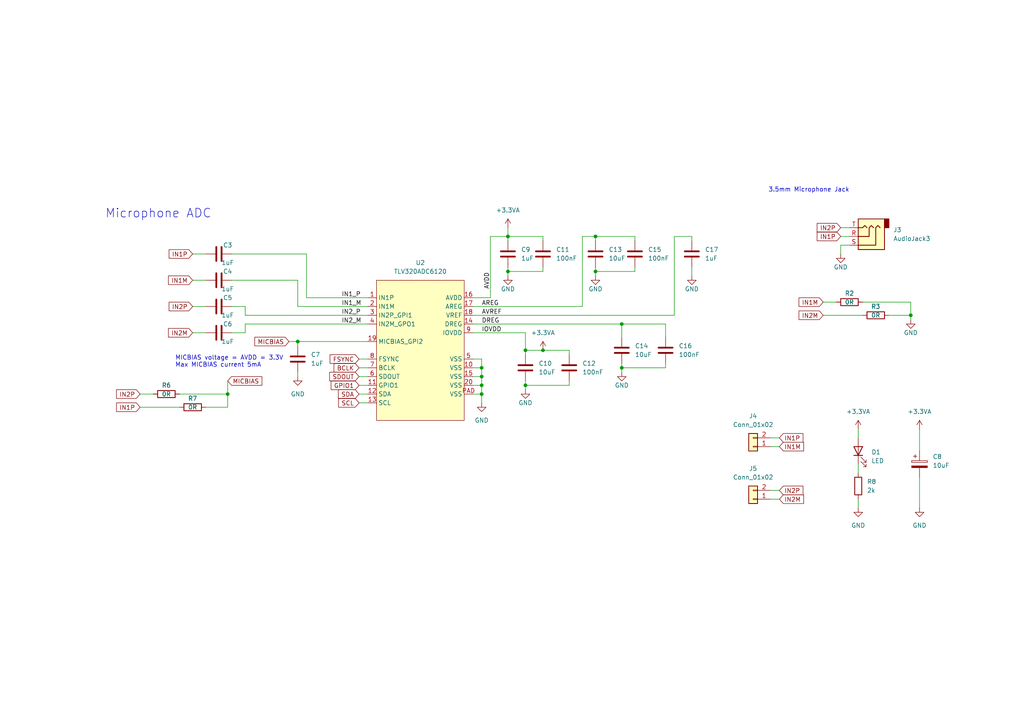
<source format=kicad_sch>
(kicad_sch (version 20230121) (generator eeschema)
  (paper "A4")
  (lib_symbols
    (symbol "Connector:AudioJack3"
      (property "Reference" "J" (at 0 8.89 0))
      (property "Value" "AudioJack3" (at 0 6.35 0))
      (symbol "AudioJack3_0_1"
        (rectangle (start -5.08 -5.08) (end -6.35 -2.54) (stroke (width 0.254)) (fill (type outline)))
        (polyline (pts (xy 0 -2.54) (xy 0.635 -3.175) (xy 1.27 -2.54) (xy 2.54 -2.54)) (stroke (width 0.254)))
        (polyline (pts (xy -1.905 -2.54) (xy -1.27 -3.175) (xy -0.635 -2.54) (xy -0.635 0) (xy 2.54 0)) (stroke (width 0.254)))
        (polyline (pts (xy 2.54 2.54) (xy -2.54 2.54) (xy -2.54 -2.54) (xy -3.175 -3.175) (xy -3.81 -2.54)) (stroke (width 0.254)))
        (rectangle (start 2.54 3.81) (end -5.08 -5.08) (stroke (width 0.254)) (fill (type background)))
      )
      (symbol "AudioJack3_1_1"
        (pin passive line (at 5.08 0 180) (length 2.54) (name "~") (number "R"))
        (pin passive line (at 5.08 2.54 180) (length 2.54) (name "~") (number "S"))
        (pin passive line (at 5.08 -2.54 180) (length 2.54) (name "~") (number "T"))
      )
    )
    (symbol "Connector_Generic:Conn_01x02" (pin_names (offset 1.016) hide)
      (property "Reference" "J" (at 0 2.54 0))
      (property "Value" "Conn_01x02" (at 0 -5.08 0))
      (symbol "Conn_01x02_1_1"
        (rectangle (start -1.27 -2.413) (end 0 -2.667) (stroke (width 0.1524)))
        (rectangle (start -1.27 0.127) (end 0 -0.127) (stroke (width 0.1524)))
        (rectangle (start -1.27 1.27) (end 1.27 -3.81) (stroke (width 0.254)) (fill (type background)))
        (pin passive line (at -5.08 0 0) (length 3.81) (name "Pin_1") (number "1"))
        (pin passive line (at -5.08 -2.54 0) (length 3.81) (name "Pin_2") (number "2"))
      )
    )
    (symbol "Device:C" (pin_numbers hide) (pin_names (offset 0.254))
      (property "Reference" "C" (at 0.635 2.54 0))
      (property "Value" "C" (at 0.635 -2.54 0))
      (symbol "C_0_1"
        (polyline (pts (xy -2.032 -0.762) (xy 2.032 -0.762)) (stroke (width 0.508)))
        (polyline (pts (xy -2.032 0.762) (xy 2.032 0.762)) (stroke (width 0.508)))
      )
      (symbol "C_1_1"
        (pin passive line (at 0 3.81 270) (length 2.794) (name "~") (number "1"))
        (pin passive line (at 0 -3.81 90) (length 2.794) (name "~") (number "2"))
      )
    )
    (symbol "Device:C_Polarized" (pin_numbers hide) (pin_names (offset 0.254))
      (property "Reference" "C" (at 0.635 2.54 0))
      (property "Value" "C_Polarized" (at 0.635 -2.54 0))
      (symbol "C_Polarized_0_1"
        (rectangle (start -2.286 0.508) (end 2.286 1.016))
        (polyline (pts (xy -1.778 2.286) (xy -0.762 2.286)))
        (polyline (pts (xy -1.27 2.794) (xy -1.27 1.778)))
        (rectangle (start 2.286 -0.508) (end -2.286 -1.016) (fill (type outline)))
      )
      (symbol "C_Polarized_1_1"
        (pin passive line (at 0 3.81 270) (length 2.794) (name "~") (number "1"))
        (pin passive line (at 0 -3.81 90) (length 2.794) (name "~") (number "2"))
      )
    )
    (symbol "Device:LED" (pin_numbers hide) (pin_names (offset 1.016) hide)
      (property "Reference" "D" (at 0 2.54 0))
      (property "Value" "LED" (at 0 -2.54 0))
      (symbol "LED_0_1"
        (polyline (pts (xy -1.27 -1.27) (xy -1.27 1.27)) (stroke (width 0.254)))
        (polyline (pts (xy -1.27 0) (xy 1.27 0)))
        (polyline (pts (xy 1.27 -1.27) (xy 1.27 1.27) (xy -1.27 0) (xy 1.27 -1.27)) (stroke (width 0.254)))
        (polyline (pts (xy -3.048 -0.762) (xy -4.572 -2.286) (xy -3.81 -2.286) (xy -4.572 -2.286) (xy -4.572 -1.524)))
        (polyline (pts (xy -1.778 -0.762) (xy -3.302 -2.286) (xy -2.54 -2.286) (xy -3.302 -2.286) (xy -3.302 -1.524)))
      )
      (symbol "LED_1_1"
        (pin passive line (at -3.81 0 0) (length 2.54) (name "K") (number "1"))
        (pin passive line (at 3.81 0 180) (length 2.54) (name "A") (number "2"))
      )
    )
    (symbol "Device:R" (pin_numbers hide) (pin_names (offset 0))
      (property "Reference" "R" (at 2.032 0 90))
      (property "Value" "R" (at 0 0 90))
      (symbol "R_0_1"
        (rectangle (start -1.016 -2.54) (end 1.016 2.54) (stroke (width 0.254)))
      )
      (symbol "R_1_1"
        (pin passive line (at 0 3.81 270) (length 1.27) (name "~") (number "1"))
        (pin passive line (at 0 -3.81 90) (length 1.27) (name "~") (number "2"))
      )
    )
    (symbol "Project_Library:TLV320ADC6120"
      (property "Reference" "U" (at 0 15.24 0))
      (property "Value" "TLV320ADC6120" (at 0 -20.32 0))
      (symbol "TLV320ADC6120_0_1"
        (rectangle (start -12.7 17.78) (end 12.7 -22.86) (fill (type background)))
      )
      (symbol "TLV320ADC6120_1_1"
        (pin input line (at -15.24 12.7 0) (length 2.54) (name "IN1P") (number "1"))
        (pin power_in line (at 15.24 -7.62 180) (length 2.54) (name "VSS") (number "10"))
        (pin bidirectional line (at -15.24 -12.7 0) (length 2.54) (name "GPIO1") (number "11"))
        (pin bidirectional line (at -15.24 -15.24 0) (length 2.54) (name "SDA") (number "12"))
        (pin input line (at -15.24 -17.78 0) (length 2.54) (name "SCL") (number "13"))
        (pin power_in line (at 15.24 5.08 180) (length 2.54) (name "DREG") (number "14"))
        (pin power_in line (at 15.24 -10.16 180) (length 2.54) (name "VSS") (number "15"))
        (pin power_in line (at 15.24 12.7 180) (length 2.54) (name "AVDD") (number "16"))
        (pin power_in line (at 15.24 10.16 180) (length 2.54) (name "AREG") (number "17"))
        (pin output line (at 15.24 7.62 180) (length 2.54) (name "VREF") (number "18"))
        (pin bidirectional line (at -15.24 0 0) (length 2.54) (name "MICBIAS_GPI2") (number "19"))
        (pin input line (at -15.24 10.16 0) (length 2.54) (name "IN1M") (number "2"))
        (pin power_in line (at 15.24 -12.7 180) (length 2.54) (name "VSS") (number "20"))
        (pin input line (at -15.24 7.62 0) (length 2.54) (name "IN2P_GPI1") (number "3"))
        (pin bidirectional line (at -15.24 5.08 0) (length 2.54) (name "IN2M_GPO1") (number "4"))
        (pin power_in line (at 15.24 -5.08 180) (length 2.54) (name "VSS") (number "5"))
        (pin output line (at -15.24 -10.16 0) (length 2.54) (name "SDOUT") (number "6"))
        (pin bidirectional line (at -15.24 -7.62 0) (length 2.54) (name "BCLK") (number "7"))
        (pin bidirectional line (at -15.24 -5.08 0) (length 2.54) (name "FSYNC") (number "8"))
        (pin power_in line (at 15.24 2.54 180) (length 2.54) (name "IOVDD") (number "9"))
        (pin power_in line (at 15.24 -15.24 180) (length 2.54) (name "VSS") (number "PAD"))
      )
    )
    (symbol "power:+3.3VA" (power) (pin_names (offset 0))
      (property "Value" "+3.3VA" (at 0 3.556 0))
      (symbol "+3.3VA_0_1"
        (polyline (pts (xy -0.762 1.27) (xy 0 2.54)))
        (polyline (pts (xy 0 0) (xy 0 2.54)))
        (polyline (pts (xy 0 2.54) (xy 0.762 1.27)))
      )
      (symbol "+3.3VA_1_1"
        (pin power_in line (at 0 0 90) (length 0) hide (name "+3.3VA") (number "1"))
      )
    )
    (symbol "power:GND" (power) (pin_names (offset 0))
      (property "Value" "GND" (at 0 -3.81 0))
      (symbol "GND_0_1"
        (polyline (pts (xy 0 0) (xy 0 -1.27) (xy 1.27 -1.27) (xy 0 -2.54) (xy -1.27 -1.27) (xy 0 -1.27)))
      )
      (symbol "GND_1_1"
        (pin power_in line (at 0 0 270) (length 0) hide (name "GND") (number "1"))
      )
    )
  )
  (junction (at 172.72 78.74))
  (junction (at 66.04 114.3))
  (junction (at 180.34 106.68))
  (junction (at 264.16 91.44))
  (junction (at 180.34 93.98))
  (junction (at 172.72 68.58))
  (junction (at 157.48 101.6))
  (junction (at 139.7 114.3))
  (junction (at 139.7 106.68))
  (junction (at 139.7 109.22))
  (junction (at 152.4 111.76))
  (junction (at 152.4 101.6))
  (junction (at 86.36 99.06))
  (junction (at 147.32 78.74))
  (junction (at 147.32 68.58))
  (junction (at 139.7 111.76))
  (wire (pts (xy 137.16 104.14) (xy 139.7 104.14)))
  (wire (pts (xy 137.16 93.98) (xy 180.34 93.98)))
  (wire (pts (xy 200.66 68.58) (xy 200.66 69.85)))
  (wire (pts (xy 139.7 114.3) (xy 139.7 116.84)))
  (wire (pts (xy 193.04 105.41) (xy 193.04 106.68)))
  (wire (pts (xy 142.24 68.58) (xy 147.32 68.58)))
  (wire (pts (xy 104.14 104.14) (xy 106.68 104.14)))
  (wire (pts (xy 157.48 101.6) (xy 165.1 101.6)))
  (wire (pts (xy 248.92 134.62) (xy 248.92 137.16)))
  (wire (pts (xy 55.88 96.52) (xy 59.69 96.52)))
  (wire (pts (xy 83.82 99.06) (xy 86.36 99.06)))
  (wire (pts (xy 238.76 87.63) (xy 242.57 87.63)))
  (wire (pts (xy 55.88 73.66) (xy 59.69 73.66)))
  (wire (pts (xy 257.81 91.44) (xy 264.16 91.44)))
  (wire (pts (xy 180.34 106.68) (xy 180.34 107.95)))
  (wire (pts (xy 152.4 101.6) (xy 152.4 96.52)))
  (wire (pts (xy 137.16 106.68) (xy 139.7 106.68)))
  (wire (pts (xy 88.9 86.36) (xy 88.9 73.66)))
  (wire (pts (xy 139.7 109.22) (xy 139.7 111.76)))
  (wire (pts (xy 55.88 88.9) (xy 59.69 88.9)))
  (wire (pts (xy 248.92 124.46) (xy 248.92 127)))
  (wire (pts (xy 71.12 93.98) (xy 71.12 96.52)))
  (wire (pts (xy 172.72 77.47) (xy 172.72 78.74)))
  (wire (pts (xy 184.15 78.74) (xy 172.72 78.74)))
  (wire (pts (xy 266.7 138.43) (xy 266.7 147.32)))
  (wire (pts (xy 157.48 69.85) (xy 157.48 68.58)))
  (wire (pts (xy 137.16 88.9) (xy 168.91 88.9)))
  (wire (pts (xy 180.34 105.41) (xy 180.34 106.68)))
  (wire (pts (xy 172.72 68.58) (xy 172.72 69.85)))
  (wire (pts (xy 106.68 86.36) (xy 88.9 86.36)))
  (wire (pts (xy 243.84 71.12) (xy 243.84 73.66)))
  (wire (pts (xy 104.14 116.84) (xy 106.68 116.84)))
  (wire (pts (xy 180.34 93.98) (xy 180.34 97.79)))
  (wire (pts (xy 147.32 68.58) (xy 147.32 69.85)))
  (wire (pts (xy 152.4 111.76) (xy 152.4 113.03)))
  (wire (pts (xy 165.1 111.76) (xy 152.4 111.76)))
  (wire (pts (xy 139.7 111.76) (xy 139.7 114.3)))
  (wire (pts (xy 248.92 144.78) (xy 248.92 147.32)))
  (wire (pts (xy 184.15 77.47) (xy 184.15 78.74)))
  (wire (pts (xy 139.7 104.14) (xy 139.7 106.68)))
  (wire (pts (xy 184.15 69.85) (xy 184.15 68.58)))
  (wire (pts (xy 104.14 109.22) (xy 106.68 109.22)))
  (wire (pts (xy 137.16 91.44) (xy 195.58 91.44)))
  (wire (pts (xy 152.4 101.6) (xy 152.4 102.87)))
  (wire (pts (xy 246.38 68.58) (xy 243.84 68.58)))
  (wire (pts (xy 223.52 144.78) (xy 226.06 144.78)))
  (wire (pts (xy 86.36 88.9) (xy 86.36 81.28)))
  (wire (pts (xy 223.52 127) (xy 226.06 127)))
  (wire (pts (xy 40.64 114.3) (xy 44.45 114.3)))
  (wire (pts (xy 168.91 68.58) (xy 172.72 68.58)))
  (wire (pts (xy 137.16 114.3) (xy 139.7 114.3)))
  (wire (pts (xy 165.1 110.49) (xy 165.1 111.76)))
  (wire (pts (xy 157.48 68.58) (xy 147.32 68.58)))
  (wire (pts (xy 104.14 106.68) (xy 106.68 106.68)))
  (wire (pts (xy 172.72 78.74) (xy 172.72 80.01)))
  (wire (pts (xy 139.7 106.68) (xy 139.7 109.22)))
  (wire (pts (xy 168.91 88.9) (xy 168.91 68.58)))
  (wire (pts (xy 184.15 68.58) (xy 172.72 68.58)))
  (wire (pts (xy 180.34 93.98) (xy 193.04 93.98)))
  (wire (pts (xy 66.04 118.11) (xy 59.69 118.11)))
  (wire (pts (xy 104.14 114.3) (xy 106.68 114.3)))
  (wire (pts (xy 52.07 114.3) (xy 66.04 114.3)))
  (wire (pts (xy 264.16 91.44) (xy 264.16 92.71)))
  (wire (pts (xy 71.12 91.44) (xy 71.12 88.9)))
  (wire (pts (xy 266.7 124.46) (xy 266.7 130.81)))
  (wire (pts (xy 137.16 109.22) (xy 139.7 109.22)))
  (wire (pts (xy 200.66 77.47) (xy 200.66 80.01)))
  (wire (pts (xy 246.38 71.12) (xy 243.84 71.12)))
  (wire (pts (xy 67.31 96.52) (xy 71.12 96.52)))
  (wire (pts (xy 104.14 111.76) (xy 106.68 111.76)))
  (wire (pts (xy 223.52 129.54) (xy 226.06 129.54)))
  (wire (pts (xy 67.31 81.28) (xy 86.36 81.28)))
  (wire (pts (xy 147.32 77.47) (xy 147.32 78.74)))
  (wire (pts (xy 193.04 106.68) (xy 180.34 106.68)))
  (wire (pts (xy 246.38 66.04) (xy 243.84 66.04)))
  (wire (pts (xy 66.04 110.49) (xy 66.04 114.3)))
  (wire (pts (xy 165.1 101.6) (xy 165.1 102.87)))
  (wire (pts (xy 106.68 93.98) (xy 71.12 93.98)))
  (wire (pts (xy 71.12 88.9) (xy 67.31 88.9)))
  (wire (pts (xy 106.68 91.44) (xy 71.12 91.44)))
  (wire (pts (xy 152.4 96.52) (xy 137.16 96.52)))
  (wire (pts (xy 142.24 86.36) (xy 137.16 86.36)))
  (wire (pts (xy 157.48 77.47) (xy 157.48 78.74)))
  (wire (pts (xy 106.68 88.9) (xy 86.36 88.9)))
  (wire (pts (xy 142.24 68.58) (xy 142.24 86.36)))
  (wire (pts (xy 152.4 101.6) (xy 157.48 101.6)))
  (wire (pts (xy 40.64 118.11) (xy 52.07 118.11)))
  (wire (pts (xy 193.04 93.98) (xy 193.04 97.79)))
  (wire (pts (xy 67.31 73.66) (xy 88.9 73.66)))
  (wire (pts (xy 238.76 91.44) (xy 250.19 91.44)))
  (wire (pts (xy 137.16 111.76) (xy 139.7 111.76)))
  (wire (pts (xy 86.36 107.95) (xy 86.36 109.22)))
  (wire (pts (xy 157.48 78.74) (xy 147.32 78.74)))
  (wire (pts (xy 147.32 80.01) (xy 147.32 78.74)))
  (wire (pts (xy 55.88 81.28) (xy 59.69 81.28)))
  (wire (pts (xy 147.32 66.04) (xy 147.32 68.58)))
  (wire (pts (xy 264.16 87.63) (xy 264.16 91.44)))
  (wire (pts (xy 86.36 99.06) (xy 86.36 100.33)))
  (wire (pts (xy 223.52 142.24) (xy 226.06 142.24)))
  (wire (pts (xy 195.58 68.58) (xy 200.66 68.58)))
  (wire (pts (xy 250.19 87.63) (xy 264.16 87.63)))
  (wire (pts (xy 152.4 110.49) (xy 152.4 111.76)))
  (wire (pts (xy 66.04 114.3) (xy 66.04 118.11)))
  (wire (pts (xy 195.58 91.44) (xy 195.58 68.58)))
  (wire (pts (xy 86.36 99.06) (xy 106.68 99.06)))
  (text "Microphone ADC" (at 30.48 63.5 0) (effects (font (size 2.54 2.54)) (justify left bottom)))
  (text "MICBIAS voltage = AVDD = 3.3V\nMax MICBIAS current 5mA" (at 50.8 106.68 0) (effects (font (size 1.27 1.27)) (justify left bottom)))
  (text "3.5mm Microphone Jack" (at 246.38 55.88 0) (effects (font (size 1.27 1.27)) (justify right bottom)))
  (label "DREG" (at 139.7 93.98 0))
  (label "IN1_P" (at 99.06 86.36 0))
  (label "AVREF" (at 139.7 91.44 0))
  (label "IN2_M" (at 99.06 93.98 0))
  (label "IOVDD" (at 139.7 96.52 0))
  (label "AREG" (at 139.7 88.9 0))
  (label "AVDD" (at 142.24 83.82 90))
  (label "IN1_M" (at 99.06 88.9 0))
  (label "IN2_P" (at 99.06 91.44 0))
  (global_label "IN2P" (shape input) (at 226.06 142.24 0) (property "Intersheetrefs" "${INTERSHEET_REFS}" (effects hide)))
  (global_label "GPIO1" (shape input) (at 104.14 111.76 180) (property "Intersheetrefs" "${INTERSHEET_REFS}" (effects hide)))
  (global_label "IN2P" (shape input) (at 243.84 66.04 180) (property "Intersheetrefs" "${INTERSHEET_REFS}" (effects hide)))
  (global_label "IN1P" (shape input) (at 55.88 73.66 180) (property "Intersheetrefs" "${INTERSHEET_REFS}" (effects hide)))
  (global_label "IN2P" (shape input) (at 55.88 88.9 180) (property "Intersheetrefs" "${INTERSHEET_REFS}" (effects hide)))
  (global_label "IN1P" (shape input) (at 226.06 127 0) (property "Intersheetrefs" "${INTERSHEET_REFS}" (effects hide)))
  (global_label "SDA" (shape input) (at 104.14 114.3 180) (property "Intersheetrefs" "${INTERSHEET_REFS}" (effects hide)))
  (global_label "IN1M" (shape input) (at 226.06 129.54 0) (property "Intersheetrefs" "${INTERSHEET_REFS}" (effects hide)))
  (global_label "IN2M" (shape input) (at 55.88 96.52 180) (property "Intersheetrefs" "${INTERSHEET_REFS}" (effects hide)))
  (global_label "IN2P" (shape input) (at 40.64 114.3 180) (property "Intersheetrefs" "${INTERSHEET_REFS}" (effects hide)))
  (global_label "IN2M" (shape input) (at 226.06 144.78 0) (property "Intersheetrefs" "${INTERSHEET_REFS}" (effects hide)))
  (global_label "SDOUT" (shape input) (at 104.14 109.22 180) (property "Intersheetrefs" "${INTERSHEET_REFS}" (effects hide)))
  (global_label "BCLK" (shape input) (at 104.14 106.68 180) (property "Intersheetrefs" "${INTERSHEET_REFS}" (effects hide)))
  (global_label "IN1P" (shape input) (at 40.64 118.11 180) (property "Intersheetrefs" "${INTERSHEET_REFS}" (effects hide)))
  (global_label "MICBIAS" (shape input) (at 66.04 110.49 0) (property "Intersheetrefs" "${INTERSHEET_REFS}" (effects hide)))
  (global_label "IN1M" (shape input) (at 55.88 81.28 180) (property "Intersheetrefs" "${INTERSHEET_REFS}" (effects hide)))
  (global_label "IN2M" (shape input) (at 238.76 91.44 180) (property "Intersheetrefs" "${INTERSHEET_REFS}" (effects hide)))
  (global_label "IN1P" (shape input) (at 243.84 68.58 180) (property "Intersheetrefs" "${INTERSHEET_REFS}" (effects hide)))
  (global_label "FSYNC" (shape input) (at 104.14 104.14 180) (property "Intersheetrefs" "${INTERSHEET_REFS}" (effects hide)))
  (global_label "IN1M" (shape input) (at 238.76 87.63 180) (property "Intersheetrefs" "${INTERSHEET_REFS}" (effects hide)))
  (global_label "MICBIAS" (shape input) (at 83.82 99.06 180) (property "Intersheetrefs" "${INTERSHEET_REFS}" (effects hide)))
  (global_label "SCL" (shape input) (at 104.14 116.84 180) (property "Intersheetrefs" "${INTERSHEET_REFS}" (effects hide)))
  (symbol (lib_id "power:GND") (at 152.4 113.03 0) (unit 1)
    (property "Reference" "#PWR015" (effects hide))
    (property "Value" "GND" (at 152.4 116.84 0))
    (instances (project "TLV320ADC6120_Board" (path "" (reference "#PWR015") (unit 1))) (project "STM32-USB-Audio-Board" (path "" (reference "#PWR0311") (unit 1))))
  )
  (symbol (lib_id "Connector:AudioJack3") (at 251.46 68.58 180) (unit 1)
    (property "Reference" "J3" (at 259.08 66.6749 0) (effects (justify right)))
    (property "Value" "AudioJack3" (at 259.08 69.2149 0) (effects (justify right)))
    (property "Footprint" "Connector_Audio:Jack_3.5mm_CUI_SJ-3523-SMT_Horizontal" (effects hide))
    (instances (project "TLV320ADC6120_Board" (path "" (reference "J3") (unit 1))) (project "STM32-USB-Audio-Board" (path "" (reference "J301") (unit 1))))
  )
  (symbol (lib_id "Device:C") (at 152.4 106.68 0) (unit 1)
    (property "Reference" "C10" (at 156.21 105.4099 0) (effects (justify left)))
    (property "Value" "10uF" (at 156.21 107.9499 0) (effects (justify left)))
    (property "Footprint" "Capacitor_SMD:C_0603_1608Metric" (effects hide))
    (instances (project "TLV320ADC6120_Board" (path "" (reference "C10") (unit 1))) (project "STM32-USB-Audio-Board" (path "" (reference "C315") (unit 1))))
  )
  (symbol (lib_id "Device:C") (at 147.32 73.66 0) (unit 1)
    (property "Reference" "C9" (at 151.13 72.3899 0) (effects (justify left)))
    (property "Value" "1uF" (at 151.13 74.9299 0) (effects (justify left)))
    (property "Footprint" "Capacitor_SMD:C_0603_1608Metric" (effects hide))
    (instances (project "TLV320ADC6120_Board" (path "" (reference "C9") (unit 1))) (project "STM32-USB-Audio-Board" (path "" (reference "C304") (unit 1))))
  )
  (symbol (lib_id "Device:C") (at 63.5 81.28 90) (unit 1)
    (property "Reference" "C4" (at 66.04 78.74 90))
    (property "Value" "1uF" (at 66.04 83.82 90))
    (property "Footprint" "Capacitor_SMD:C_1206_3216Metric" (effects hide))
    (instances (project "TLV320ADC6120_Board" (path "" (reference "C4") (unit 1))) (project "STM32-USB-Audio-Board" (path "" (reference "C309") (unit 1))))
  )
  (symbol (lib_id "power:+3.3VA") (at 157.48 101.6 0) (unit 1)
    (property "Reference" "#PWR016" (effects hide))
    (property "Value" "+3.3VA" (at 157.48 96.52 0))
    (instances (project "TLV320ADC6120_Board" (path "" (reference "#PWR016") (unit 1))) (project "STM32-USB-Audio-Board" (path "" (reference "#PWR0308") (unit 1))))
  )
  (symbol (lib_id "Device:C") (at 184.15 73.66 0) (unit 1)
    (property "Reference" "C15" (at 187.96 72.3899 0) (effects (justify left)))
    (property "Value" "100nF" (at 187.96 74.9299 0) (effects (justify left)))
    (property "Footprint" "Capacitor_SMD:C_0402_1005Metric" (effects hide))
    (instances (project "TLV320ADC6120_Board" (path "" (reference "C15") (unit 1))) (project "STM32-USB-Audio-Board" (path "" (reference "C307") (unit 1))))
  )
  (symbol (lib_id "Device:C") (at 63.5 73.66 90) (unit 1)
    (property "Reference" "C3" (at 66.04 71.12 90))
    (property "Value" "1uF" (at 66.04 76.2 90))
    (property "Footprint" "Capacitor_SMD:C_1206_3216Metric" (effects hide))
    (instances (project "TLV320ADC6120_Board" (path "" (reference "C3") (unit 1))) (project "STM32-USB-Audio-Board" (path "" (reference "C303") (unit 1))))
  )
  (symbol (lib_id "Device:R") (at 48.26 114.3 90) (unit 1)
    (property "Reference" "R6" (at 48.26 111.76 90))
    (property "Value" "0R" (at 48.26 114.3 90))
    (property "Footprint" "Resistor_SMD:R_0603_1608Metric" (effects hide))
    (instances (project "TLV320ADC6120_Board" (path "" (reference "R6") (unit 1))) (project "STM32-USB-Audio-Board" (path "" (reference "R302") (unit 1))))
  )
  (symbol (lib_id "Device:R") (at 246.38 87.63 90) (unit 1)
    (property "Reference" "R2" (at 246.38 85.09 90))
    (property "Value" "0R" (at 246.38 87.63 90))
    (property "Footprint" "Resistor_SMD:R_0603_1608Metric" (effects hide))
    (instances (project "TLV320ADC6120_Board" (path "" (reference "R2") (unit 1))) (project "STM32-USB-Audio-Board" (path "" (reference "R304") (unit 1))))
  )
  (symbol (lib_id "Device:C") (at 165.1 106.68 0) (unit 1)
    (property "Reference" "C12" (at 168.91 105.4099 0) (effects (justify left)))
    (property "Value" "100nF" (at 168.91 107.9499 0) (effects (justify left)))
    (property "Footprint" "Capacitor_SMD:C_0402_1005Metric" (effects hide))
    (instances (project "TLV320ADC6120_Board" (path "" (reference "C12") (unit 1))) (project "STM32-USB-Audio-Board" (path "" (reference "C316") (unit 1))))
  )
  (symbol (lib_id "power:GND") (at 264.16 92.71 0) (unit 1)
    (property "Reference" "#PWR04" (effects hide))
    (property "Value" "GND" (at 264.16 96.52 0))
    (instances (project "TLV320ADC6120_Board" (path "" (reference "#PWR04") (unit 1))) (project "STM32-USB-Audio-Board" (path "" (reference "#PWR0314") (unit 1))))
  )
  (symbol (lib_id "Device:C") (at 86.36 104.14 0) (unit 1)
    (property "Reference" "C7" (at 90.17 102.8699 0) (effects (justify left)))
    (property "Value" "1uF" (at 90.17 105.4099 0) (effects (justify left)))
    (property "Footprint" "Capacitor_SMD:C_0603_1608Metric" (effects hide))
    (instances (project "TLV320ADC6120_Board" (path "" (reference "C7") (unit 1))) (project "STM32-USB-Audio-Board" (path "" (reference "C314") (unit 1))))
  )
  (symbol (lib_id "Project_Library:TLV320ADC6120") (at 121.92 99.06 0) (unit 1)
    (property "Reference" "U2" (at 121.92 76.2 0))
    (property "Value" "TLV320ADC6120" (at 121.92 78.74 0))
    (property "Footprint" "Library:QFN-16_EP_3x3_Pitch0.5mm" (effects hide))
    (property "Datasheet" "https://www.ti.com/lit/ds/symlink/tlv320adc6120.pdf" (effects hide))
    (instances (project "TLV320ADC6120_Board" (path "" (reference "U2") (unit 1))) (project "STM32-USB-Audio-Board" (path "" (reference "U302") (unit 1))))
  )
  (symbol (lib_id "Device:C") (at 63.5 96.52 90) (unit 1)
    (property "Reference" "C6" (at 66.04 93.98 90))
    (property "Value" "1uF" (at 66.04 99.06 90))
    (property "Footprint" "Capacitor_SMD:C_1206_3216Metric" (effects hide))
    (instances (project "TLV320ADC6120_Board" (path "" (reference "C6") (unit 1))) (project "STM32-USB-Audio-Board" (path "" (reference "C311") (unit 1))))
  )
  (symbol (lib_id "power:GND") (at 147.32 80.01 0) (unit 1)
    (property "Reference" "#PWR014" (effects hide))
    (property "Value" "GND" (at 147.32 83.82 0))
    (instances (project "TLV320ADC6120_Board" (path "" (reference "#PWR014") (unit 1))) (project "STM32-USB-Audio-Board" (path "" (reference "#PWR0304") (unit 1))))
  )
  (symbol (lib_id "power:GND") (at 139.7 116.84 0) (unit 1)
    (property "Reference" "#PWR012" (effects hide))
    (property "Value" "GND" (at 139.7 121.92 0))
    (instances (project "TLV320ADC6120_Board" (path "" (reference "#PWR012") (unit 1))) (project "STM32-USB-Audio-Board" (path "" (reference "#PWR0313") (unit 1))))
  )
  (symbol (lib_id "Device:R") (at 55.88 118.11 90) (unit 1)
    (property "Reference" "R7" (at 55.88 115.57 90))
    (property "Value" "0R" (at 55.88 118.11 90))
    (property "Footprint" "Resistor_SMD:R_0603_1608Metric" (effects hide))
    (instances (project "TLV320ADC6120_Board" (path "" (reference "R7") (unit 1))) (project "STM32-USB-Audio-Board" (path "" (reference "R303") (unit 1))))
  )
  (symbol (lib_id "Device:C") (at 193.04 101.6 0) (unit 1)
    (property "Reference" "C16" (at 196.85 100.3299 0) (effects (justify left)))
    (property "Value" "100nF" (at 196.85 102.8699 0) (effects (justify left)))
    (property "Footprint" "Capacitor_SMD:C_0402_1005Metric" (effects hide))
    (instances (project "TLV320ADC6120_Board" (path "" (reference "C16") (unit 1))) (project "STM32-USB-Audio-Board" (path "" (reference "C313") (unit 1))))
  )
  (symbol (lib_id "Connector_Generic:Conn_01x02") (at 218.44 129.54 180) (unit 1)
    (property "Reference" "J4" (at 218.44 120.65 0))
    (property "Value" "Conn_01x02" (at 218.44 123.19 0))
    (property "Footprint" "Connector_JST:JST_PH_B2B-PH-SM4-TB_1x02-1MP_P2.00mm_Vertical" (effects hide))
    (instances (project "TLV320ADC6120_Board" (path "" (reference "J4") (unit 1))) (project "STM32-USB-Audio-Board" (path "" (reference "J302") (unit 1))))
  )
  (symbol (lib_id "power:GND") (at 243.84 73.66 0) (unit 1)
    (property "Reference" "#PWR02" (effects hide))
    (property "Value" "GND" (at 243.84 77.47 0))
    (instances (project "TLV320ADC6120_Board" (path "" (reference "#PWR02") (unit 1))) (project "STM32-USB-Audio-Board" (path "" (reference "#PWR0312") (unit 1))))
  )
  (symbol (lib_id "power:GND") (at 266.7 147.32 0) (unit 1)
    (property "Reference" "#PWR011" (effects hide))
    (property "Value" "GND" (at 266.7 152.4 0))
    (instances (project "TLV320ADC6120_Board" (path "" (reference "#PWR011") (unit 1))) (project "STM32-USB-Audio-Board" (path "" (reference "#PWR0319") (unit 1))))
  )
  (symbol (lib_id "power:GND") (at 172.72 80.01 0) (unit 1)
    (property "Reference" "#PWR017" (effects hide))
    (property "Value" "GND" (at 172.72 83.82 0))
    (instances (project "TLV320ADC6120_Board" (path "" (reference "#PWR017") (unit 1))) (project "STM32-USB-Audio-Board" (path "" (reference "#PWR0305") (unit 1))))
  )
  (symbol (lib_id "Device:C") (at 172.72 73.66 0) (unit 1)
    (property "Reference" "C13" (at 176.53 72.3899 0) (effects (justify left)))
    (property "Value" "10uF" (at 176.53 74.9299 0) (effects (justify left)))
    (property "Footprint" "Capacitor_SMD:C_0603_1608Metric" (effects hide))
    (instances (project "TLV320ADC6120_Board" (path "" (reference "C13") (unit 1))) (project "STM32-USB-Audio-Board" (path "" (reference "C306") (unit 1))))
  )
  (symbol (lib_id "power:GND") (at 248.92 147.32 0) (unit 1)
    (property "Reference" "#PWR08" (effects hide))
    (property "Value" "GND" (at 248.92 152.4 0))
    (instances (project "TLV320ADC6120_Board" (path "" (reference "#PWR08") (unit 1))) (project "STM32-USB-Audio-Board" (path "" (reference "#PWR0318") (unit 1))))
  )
  (symbol (lib_id "Device:C_Polarized") (at 266.7 134.62 0) (unit 1)
    (property "Reference" "C8" (at 270.51 132.4609 0) (effects (justify left)))
    (property "Value" "10uF" (at 270.51 135.0009 0) (effects (justify left)))
    (property "Footprint" "Capacitor_Tantalum_SMD:CP_EIA-3216-18_Kemet-A" (effects hide))
    (instances (project "TLV320ADC6120_Board" (path "" (reference "C8") (unit 1))) (project "STM32-USB-Audio-Board" (path "" (reference "C317") (unit 1))))
  )
  (symbol (lib_id "power:+3.3VA") (at 147.32 66.04 0) (unit 1)
    (property "Reference" "#PWR013" (effects hide))
    (property "Value" "+3.3VA" (at 147.32 60.96 0))
    (instances (project "TLV320ADC6120_Board" (path "" (reference "#PWR013") (unit 1))) (project "STM32-USB-Audio-Board" (path "" (reference "#PWR0303") (unit 1))))
  )
  (symbol (lib_id "Device:C") (at 63.5 88.9 90) (unit 1)
    (property "Reference" "C5" (at 66.04 86.36 90))
    (property "Value" "1uF" (at 66.04 91.44 90))
    (property "Footprint" "Capacitor_SMD:C_1206_3216Metric" (effects hide))
    (instances (project "TLV320ADC6120_Board" (path "" (reference "C5") (unit 1))) (project "STM32-USB-Audio-Board" (path "" (reference "C310") (unit 1))))
  )
  (symbol (lib_id "power:GND") (at 200.66 80.01 0) (unit 1)
    (property "Reference" "#PWR019" (effects hide))
    (property "Value" "GND" (at 200.66 83.82 0))
    (instances (project "TLV320ADC6120_Board" (path "" (reference "#PWR019") (unit 1))) (project "STM32-USB-Audio-Board" (path "" (reference "#PWR0306") (unit 1))))
  )
  (symbol (lib_id "Device:C") (at 200.66 73.66 0) (unit 1)
    (property "Reference" "C17" (at 204.47 72.3899 0) (effects (justify left)))
    (property "Value" "1uF" (at 204.47 74.9299 0) (effects (justify left)))
    (property "Footprint" "Capacitor_SMD:C_0603_1608Metric" (effects hide))
    (instances (project "TLV320ADC6120_Board" (path "" (reference "C17") (unit 1))) (project "STM32-USB-Audio-Board" (path "" (reference "C308") (unit 1))))
  )
  (symbol (lib_id "Device:C") (at 157.48 73.66 0) (unit 1)
    (property "Reference" "C11" (at 161.29 72.3899 0) (effects (justify left)))
    (property "Value" "100nF" (at 161.29 74.9299 0) (effects (justify left)))
    (property "Footprint" "Capacitor_SMD:C_0402_1005Metric" (effects hide))
    (instances (project "TLV320ADC6120_Board" (path "" (reference "C11") (unit 1))) (project "STM32-USB-Audio-Board" (path "" (reference "C305") (unit 1))))
  )
  (symbol (lib_id "Connector_Generic:Conn_01x02") (at 218.44 144.78 180) (unit 1)
    (property "Reference" "J5" (at 218.44 135.89 0))
    (property "Value" "Conn_01x02" (at 218.44 138.43 0))
    (property "Footprint" "Connector_JST:JST_PH_B2B-PH-SM4-TB_1x02-1MP_P2.00mm_Vertical" (effects hide))
    (instances (project "TLV320ADC6120_Board" (path "" (reference "J5") (unit 1))) (project "STM32-USB-Audio-Board" (path "" (reference "J305") (unit 1))))
  )
  (symbol (lib_id "power:+3.3VA") (at 248.92 124.46 0) (unit 1)
    (property "Reference" "#PWR07" (effects hide))
    (property "Value" "+3.3VA" (at 248.92 119.38 0))
    (instances (project "TLV320ADC6120_Board" (path "" (reference "#PWR07") (unit 1))) (project "STM32-USB-Audio-Board" (path "" (reference "#PWR0315") (unit 1))))
  )
  (symbol (lib_id "Device:C") (at 180.34 101.6 0) (unit 1)
    (property "Reference" "C14" (at 184.15 100.3299 0) (effects (justify left)))
    (property "Value" "10uF" (at 184.15 102.8699 0) (effects (justify left)))
    (property "Footprint" "Capacitor_SMD:C_0603_1608Metric" (effects hide))
    (instances (project "TLV320ADC6120_Board" (path "" (reference "C14") (unit 1))) (project "STM32-USB-Audio-Board" (path "" (reference "C312") (unit 1))))
  )
  (symbol (lib_id "power:+3.3VA") (at 266.7 124.46 0) (unit 1)
    (property "Reference" "#PWR010" (effects hide))
    (property "Value" "+3.3VA" (at 266.7 119.38 0))
    (instances (project "TLV320ADC6120_Board" (path "" (reference "#PWR010") (unit 1))) (project "STM32-USB-Audio-Board" (path "" (reference "#PWR0316") (unit 1))))
  )
  (symbol (lib_id "Device:LED") (at 248.92 130.81 90) (unit 1)
    (property "Reference" "D1" (at 252.73 131.1274 90) (effects (justify right)))
    (property "Value" "LED" (at 252.73 133.6674 90) (effects (justify right)))
    (property "Footprint" "LED_SMD:LED_0603_1608Metric" (effects hide))
    (instances (project "TLV320ADC6120_Board" (path "" (reference "D1") (unit 1))) (project "STM32-USB-Audio-Board" (path "" (reference "D301") (unit 1))))
  )
  (symbol (lib_id "Device:R") (at 248.92 140.97 0) (unit 1)
    (property "Reference" "R8" (at 251.46 139.6999 0) (effects (justify left)))
    (property "Value" "2k" (at 251.46 142.2399 0) (effects (justify left)))
    (property "Footprint" "Resistor_SMD:R_0603_1608Metric" (effects hide))
    (instances (project "TLV320ADC6120_Board" (path "" (reference "R8") (unit 1))) (project "STM32-USB-Audio-Board" (path "" (reference "R306") (unit 1))))
  )
  (symbol (lib_id "power:GND") (at 86.36 109.22 0) (unit 1)
    (property "Reference" "#PWR09" (effects hide))
    (property "Value" "GND" (at 86.36 114.3 0))
    (instances (project "TLV320ADC6120_Board" (path "" (reference "#PWR09") (unit 1))) (project "STM32-USB-Audio-Board" (path "" (reference "#PWR0310") (unit 1))))
  )
  (symbol (lib_id "Device:R") (at 254 91.44 90) (unit 1)
    (property "Reference" "R3" (at 254 88.9 90))
    (property "Value" "0R" (at 254 91.44 90))
    (property "Footprint" "Resistor_SMD:R_0603_1608Metric" (effects hide))
    (instances (project "TLV320ADC6120_Board" (path "" (reference "R3") (unit 1))) (project "STM32-USB-Audio-Board" (path "" (reference "R305") (unit 1))))
  )
  (symbol (lib_id "power:GND") (at 180.34 107.95 0) (unit 1)
    (property "Reference" "#PWR018" (effects hide))
    (property "Value" "GND" (at 180.34 111.76 0))
    (instances (project "TLV320ADC6120_Board" (path "" (reference "#PWR018") (unit 1))) (project "STM32-USB-Audio-Board" (path "" (reference "#PWR0309") (unit 1))))
  )
)
</source>
